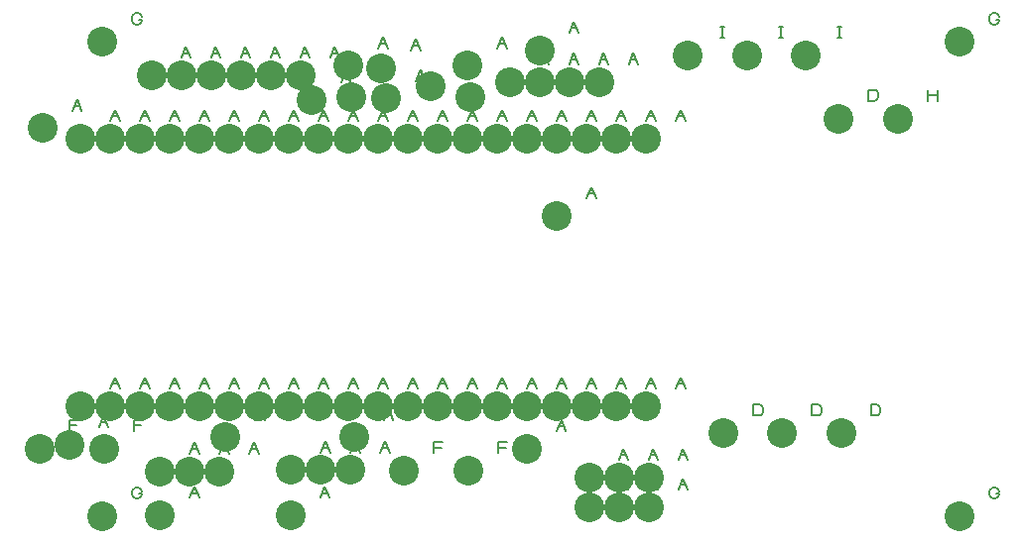
<source format=gbr>
G04 EasyPC Gerber Version 20.0.2 Build 4112 *
%FSLAX35Y35*%
%MOIN*%
%ADD15C,0.00500*%
%ADD14C,0.10000*%
X0Y0D02*
D02*
D14*
X26079Y35055D03*
X27194Y142856D03*
X36156Y36423D03*
X40002Y49398D03*
Y139398D03*
X47286Y12350D03*
Y171838D03*
X47733Y35055D03*
X50002Y49398D03*
Y139398D03*
X60002Y49398D03*
Y139398D03*
X63786Y160600D03*
X66656Y12600D03*
Y27478D03*
X70002Y49398D03*
Y139398D03*
X73786Y160600D03*
X76656Y27478D03*
X80002Y49398D03*
Y139398D03*
X83786Y160600D03*
X86656Y27478D03*
X88656Y38850D03*
X90002Y49398D03*
Y139398D03*
X93786Y160600D03*
X100002Y49398D03*
Y139398D03*
X103786Y160600D03*
X110002Y49398D03*
Y139398D03*
X110406Y12600D03*
X110683Y27850D03*
X113786Y160600D03*
X117536Y152350D03*
X120002Y49398D03*
Y139398D03*
X120683Y27850D03*
X130002Y49398D03*
Y139398D03*
X130036Y163850D03*
X130683Y27850D03*
X130786Y153350D03*
X131906Y38850D03*
X140002Y49398D03*
Y139398D03*
X141033Y163137D03*
X142536Y152850D03*
X148579Y27600D03*
X150002Y49398D03*
Y139398D03*
X157536Y156850D03*
X160002Y49398D03*
Y139398D03*
X170002Y49398D03*
Y139398D03*
X170036Y163850D03*
X170233Y27600D03*
X170786Y153350D03*
X180002Y49398D03*
Y139398D03*
X184120Y158469D03*
X189906Y35100D03*
X190002Y49398D03*
Y139398D03*
X194120Y158469D03*
Y169100D03*
X200002Y49398D03*
Y113350D03*
Y139398D03*
X204120Y158469D03*
X210002Y49398D03*
Y139398D03*
X210786Y15350D03*
Y25350D03*
X214120Y158469D03*
X220002Y49398D03*
Y139398D03*
X220786Y15350D03*
Y25350D03*
X230002Y49398D03*
Y139398D03*
X230786Y15350D03*
Y25350D03*
X244046Y167240D03*
X256023Y40220D03*
X263731Y167240D03*
X275708Y40220D03*
X283417Y167240D03*
X294684Y146126D03*
X295393Y40220D03*
X314684Y146126D03*
X335278Y12350D03*
Y171838D03*
D02*
D15*
X36079Y40992D02*
Y44742D01*
X39204*
X38579Y42867D02*
X36079D01*
X37194Y148793D02*
X38756Y152543D01*
X40319Y148793*
X37819Y150356D02*
X39694D01*
X46156Y42361D02*
X47719Y46111D01*
X49281Y42361*
X46781Y43923D02*
X48656D01*
X50002Y55335D02*
X51564Y59085D01*
X53127Y55335*
X50627Y56898D02*
X52502D01*
X50002Y145335D02*
X51564Y149085D01*
X53127Y145335*
X50627Y146898D02*
X52502D01*
X59473Y19850D02*
X60411D01*
Y19537*
X60098Y18913*
X59786Y18600*
X59161Y18287*
X58536*
X57911Y18600*
X57598Y18913*
X57286Y19537*
Y20787*
X57598Y21413*
X57911Y21725*
X58536Y22037*
X59161*
X59786Y21725*
X60098Y21413*
X60411Y20787*
X59473Y179338D02*
X60411D01*
Y179026*
X60098Y178401*
X59786Y178088*
X59161Y177776*
X58536*
X57911Y178088*
X57598Y178401*
X57286Y179026*
Y180276*
X57598Y180901*
X57911Y181213*
X58536Y181526*
X59161*
X59786Y181213*
X60098Y180901*
X60411Y180276*
X57733Y40992D02*
Y44742D01*
X60858*
X60233Y42867D02*
X57733D01*
X60002Y55335D02*
X61564Y59085D01*
X63127Y55335*
X60627Y56898D02*
X62502D01*
X60002Y145335D02*
X61564Y149085D01*
X63127Y145335*
X60627Y146898D02*
X62502D01*
X70002Y55335D02*
X71564Y59085D01*
X73127Y55335*
X70627Y56898D02*
X72502D01*
X70002Y145335D02*
X71564Y149085D01*
X73127Y145335*
X70627Y146898D02*
X72502D01*
X73786Y166537D02*
X75348Y170287D01*
X76911Y166537*
X74411Y168100D02*
X76286D01*
X76656Y18537D02*
X78219Y22287D01*
X79781Y18537*
X77281Y20100D02*
X79156D01*
X76656Y33416D02*
X78219Y37166D01*
X79781Y33416*
X77281Y34978D02*
X79156D01*
X80002Y55335D02*
X81564Y59085D01*
X83127Y55335*
X80627Y56898D02*
X82502D01*
X80002Y145335D02*
X81564Y149085D01*
X83127Y145335*
X80627Y146898D02*
X82502D01*
X83786Y166537D02*
X85348Y170287D01*
X86911Y166537*
X84411Y168100D02*
X86286D01*
X86656Y33416D02*
X88219Y37166D01*
X89781Y33416*
X87281Y34978D02*
X89156D01*
X90002Y55335D02*
X91564Y59085D01*
X93127Y55335*
X90627Y56898D02*
X92502D01*
X90002Y145335D02*
X91564Y149085D01*
X93127Y145335*
X90627Y146898D02*
X92502D01*
X93786Y166537D02*
X95348Y170287D01*
X96911Y166537*
X94411Y168100D02*
X96286D01*
X96656Y33416D02*
X98219Y37166D01*
X99781Y33416*
X97281Y34978D02*
X99156D01*
X98656Y44787D02*
X100219Y48537D01*
X101781Y44787*
X99281Y46350D02*
X101156D01*
X100002Y55335D02*
X101564Y59085D01*
X103127Y55335*
X100627Y56898D02*
X102502D01*
X100002Y145335D02*
X101564Y149085D01*
X103127Y145335*
X100627Y146898D02*
X102502D01*
X103786Y166537D02*
X105348Y170287D01*
X106911Y166537*
X104411Y168100D02*
X106286D01*
X110002Y55335D02*
X111564Y59085D01*
X113127Y55335*
X110627Y56898D02*
X112502D01*
X110002Y145335D02*
X111564Y149085D01*
X113127Y145335*
X110627Y146898D02*
X112502D01*
X113786Y166537D02*
X115348Y170287D01*
X116911Y166537*
X114411Y168100D02*
X116286D01*
X120002Y55335D02*
X121564Y59085D01*
X123127Y55335*
X120627Y56898D02*
X122502D01*
X120002Y145335D02*
X121564Y149085D01*
X123127Y145335*
X120627Y146898D02*
X122502D01*
X120406Y18537D02*
X121969Y22287D01*
X123531Y18537*
X121031Y20100D02*
X122906D01*
X120683Y33787D02*
X122246Y37537D01*
X123809Y33787*
X121309Y35350D02*
X123183D01*
X123786Y166537D02*
X125348Y170287D01*
X126911Y166537*
X124411Y168100D02*
X126286D01*
X127536Y158287D02*
X129098Y162037D01*
X130661Y158287*
X128161Y159850D02*
X130036D01*
X130002Y55335D02*
X131564Y59085D01*
X133127Y55335*
X130627Y56898D02*
X132502D01*
X130002Y145335D02*
X131564Y149085D01*
X133127Y145335*
X130627Y146898D02*
X132502D01*
X130683Y33787D02*
X132246Y37537D01*
X133809Y33787*
X131309Y35350D02*
X133183D01*
X140002Y55335D02*
X141564Y59085D01*
X143127Y55335*
X140627Y56898D02*
X142502D01*
X140002Y145335D02*
X141564Y149085D01*
X143127Y145335*
X140627Y146898D02*
X142502D01*
X140036Y169787D02*
X141598Y173537D01*
X143161Y169787*
X140661Y171350D02*
X142536D01*
X140683Y33787D02*
X142246Y37537D01*
X143809Y33787*
X141309Y35350D02*
X143183D01*
X140786Y159287D02*
X142348Y163037D01*
X143911Y159287*
X141411Y160850D02*
X143286D01*
X141906Y44787D02*
X143469Y48537D01*
X145031Y44787*
X142531Y46350D02*
X144406D01*
X150002Y55335D02*
X151564Y59085D01*
X153127Y55335*
X150627Y56898D02*
X152502D01*
X150002Y145335D02*
X151564Y149085D01*
X153127Y145335*
X150627Y146898D02*
X152502D01*
X151033Y169074D02*
X152596Y172824D01*
X154159Y169074*
X151659Y170637D02*
X153533D01*
X152536Y158787D02*
X154098Y162537D01*
X155661Y158787*
X153161Y160350D02*
X155036D01*
X158579Y33537D02*
Y37287D01*
X161704*
X161079Y35413D02*
X158579D01*
X160002Y55335D02*
X161564Y59085D01*
X163127Y55335*
X160627Y56898D02*
X162502D01*
X160002Y145335D02*
X161564Y149085D01*
X163127Y145335*
X160627Y146898D02*
X162502D01*
X167536Y162787D02*
X169098Y166537D01*
X170661Y162787*
X168161Y164350D02*
X170036D01*
X170002Y55335D02*
X171564Y59085D01*
X173127Y55335*
X170627Y56898D02*
X172502D01*
X170002Y145335D02*
X171564Y149085D01*
X173127Y145335*
X170627Y146898D02*
X172502D01*
X180002Y55335D02*
X181564Y59085D01*
X183127Y55335*
X180627Y56898D02*
X182502D01*
X180002Y145335D02*
X181564Y149085D01*
X183127Y145335*
X180627Y146898D02*
X182502D01*
X180036Y169787D02*
X181598Y173537D01*
X183161Y169787*
X180661Y171350D02*
X182536D01*
X180233Y33537D02*
Y37287D01*
X183358*
X182733Y35413D02*
X180233D01*
X180786Y159287D02*
X182348Y163037D01*
X183911Y159287*
X181411Y160850D02*
X183286D01*
X190002Y55335D02*
X191564Y59085D01*
X193127Y55335*
X190627Y56898D02*
X192502D01*
X190002Y145335D02*
X191564Y149085D01*
X193127Y145335*
X190627Y146898D02*
X192502D01*
X194120Y164406D02*
X195682Y168156D01*
X197245Y164406*
X194745Y165969D02*
X196620D01*
X199906Y41037D02*
X201469Y44787D01*
X203031Y41037*
X200531Y42600D02*
X202406D01*
X200002Y55335D02*
X201564Y59085D01*
X203127Y55335*
X200627Y56898D02*
X202502D01*
X200002Y145335D02*
X201564Y149085D01*
X203127Y145335*
X200627Y146898D02*
X202502D01*
X204120Y164406D02*
X205682Y168156D01*
X207245Y164406*
X204745Y165969D02*
X206620D01*
X204120Y175037D02*
X205682Y178787D01*
X207245Y175037*
X204745Y176600D02*
X206620D01*
X210002Y55335D02*
X211564Y59085D01*
X213127Y55335*
X210627Y56898D02*
X212502D01*
X210002Y119287D02*
X211564Y123037D01*
X213127Y119287*
X210627Y120850D02*
X212502D01*
X210002Y145335D02*
X211564Y149085D01*
X213127Y145335*
X210627Y146898D02*
X212502D01*
X214120Y164406D02*
X215682Y168156D01*
X217245Y164406*
X214745Y165969D02*
X216620D01*
X220002Y55335D02*
X221564Y59085D01*
X223127Y55335*
X220627Y56898D02*
X222502D01*
X220002Y145335D02*
X221564Y149085D01*
X223127Y145335*
X220627Y146898D02*
X222502D01*
X220786Y21287D02*
X222348Y25037D01*
X223911Y21287*
X221411Y22850D02*
X223286D01*
X220786Y31287D02*
X222348Y35037D01*
X223911Y31287*
X221411Y32850D02*
X223286D01*
X224120Y164406D02*
X225682Y168156D01*
X227245Y164406*
X224745Y165969D02*
X226620D01*
X230002Y55335D02*
X231564Y59085D01*
X233127Y55335*
X230627Y56898D02*
X232502D01*
X230002Y145335D02*
X231564Y149085D01*
X233127Y145335*
X230627Y146898D02*
X232502D01*
X230786Y21287D02*
X232348Y25037D01*
X233911Y21287*
X231411Y22850D02*
X233286D01*
X230786Y31287D02*
X232348Y35037D01*
X233911Y31287*
X231411Y32850D02*
X233286D01*
X240002Y55335D02*
X241564Y59085D01*
X243127Y55335*
X240627Y56898D02*
X242502D01*
X240002Y145335D02*
X241564Y149085D01*
X243127Y145335*
X240627Y146898D02*
X242502D01*
X240786Y21287D02*
X242348Y25037D01*
X243911Y21287*
X241411Y22850D02*
X243286D01*
X240786Y31287D02*
X242348Y35037D01*
X243911Y31287*
X241411Y32850D02*
X243286D01*
X254984Y173177D02*
X256234D01*
X255609D02*
Y176927D01*
X254984D02*
X256234D01*
X266023Y46157D02*
Y49907D01*
X267898*
X268523Y49595*
X268835Y49283*
X269148Y48657*
Y47407*
X268835Y46783*
X268523Y46470*
X267898Y46157*
X266023*
X274669Y173177D02*
X275919D01*
X275294D02*
Y176927D01*
X274669D02*
X275919D01*
X285708Y46157D02*
Y49907D01*
X287583*
X288208Y49595*
X288520Y49283*
X288833Y48657*
Y47407*
X288520Y46783*
X288208Y46470*
X287583Y46157*
X285708*
X294354Y173177D02*
X295604D01*
X294979D02*
Y176927D01*
X294354D02*
X295604D01*
X304684Y152063D02*
Y155813D01*
X306559*
X307184Y155501*
X307497Y155188*
X307809Y154563*
Y153313*
X307497Y152688*
X307184Y152376*
X306559Y152063*
X304684*
X305393Y46157D02*
Y49907D01*
X307268*
X307893Y49595*
X308206Y49283*
X308518Y48657*
Y47407*
X308206Y46783*
X307893Y46470*
X307268Y46157*
X305393*
X324684Y152063D02*
Y155813D01*
Y153938D02*
X327809D01*
Y152063D02*
Y155813D01*
X347465Y19850D02*
X348403D01*
Y19537*
X348091Y18913*
X347778Y18600*
X347153Y18287*
X346528*
X345903Y18600*
X345591Y18913*
X345278Y19537*
Y20787*
X345591Y21413*
X345903Y21725*
X346528Y22037*
X347153*
X347778Y21725*
X348091Y21413*
X348403Y20787*
X347465Y179338D02*
X348403D01*
Y179026*
X348091Y178401*
X347778Y178088*
X347153Y177776*
X346528*
X345903Y178088*
X345591Y178401*
X345278Y179026*
Y180276*
X345591Y180901*
X345903Y181213*
X346528Y181526*
X347153*
X347778Y181213*
X348091Y180901*
X348403Y180276*
X0Y0D02*
M02*

</source>
